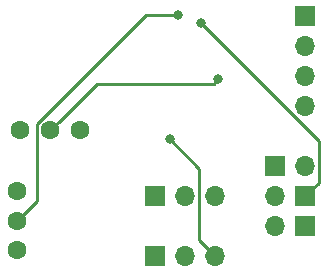
<source format=gbr>
G04 #@! TF.GenerationSoftware,KiCad,Pcbnew,(5.1.6)-1*
G04 #@! TF.CreationDate,2020-07-28T00:02:14-05:00*
G04 #@! TF.ProjectId,VL53L0XSensor,564c3533-4c30-4585-9365-6e736f722e6b,rev?*
G04 #@! TF.SameCoordinates,Original*
G04 #@! TF.FileFunction,Copper,L2,Bot*
G04 #@! TF.FilePolarity,Positive*
%FSLAX46Y46*%
G04 Gerber Fmt 4.6, Leading zero omitted, Abs format (unit mm)*
G04 Created by KiCad (PCBNEW (5.1.6)-1) date 2020-07-28 00:02:14*
%MOMM*%
%LPD*%
G01*
G04 APERTURE LIST*
G04 #@! TA.AperFunction,ComponentPad*
%ADD10O,1.700000X1.700000*%
G04 #@! TD*
G04 #@! TA.AperFunction,ComponentPad*
%ADD11R,1.700000X1.700000*%
G04 #@! TD*
G04 #@! TA.AperFunction,ComponentPad*
%ADD12C,1.600000*%
G04 #@! TD*
G04 #@! TA.AperFunction,ViaPad*
%ADD13C,0.800000*%
G04 #@! TD*
G04 #@! TA.AperFunction,Conductor*
%ADD14C,0.250000*%
G04 #@! TD*
G04 APERTURE END LIST*
D10*
X139700000Y-82550000D03*
X137160000Y-82550000D03*
D11*
X134620000Y-82550000D03*
X147320000Y-67310000D03*
D10*
X147320000Y-69850000D03*
X147320000Y-72390000D03*
X147320000Y-74930000D03*
D11*
X144780000Y-80010000D03*
D10*
X147320000Y-80010000D03*
D11*
X134620000Y-87630000D03*
D10*
X137160000Y-87630000D03*
X139700000Y-87630000D03*
X144780000Y-85090000D03*
D11*
X147320000Y-85090000D03*
D10*
X144780000Y-82550000D03*
D11*
X147320000Y-82550000D03*
D12*
X122936000Y-82122000D03*
X122936000Y-84622000D03*
X122936000Y-87122000D03*
X123190000Y-76962000D03*
X125730000Y-76962000D03*
X128270000Y-76962000D03*
D13*
X135850000Y-77724000D03*
X138493500Y-67881500D03*
X136525000Y-67183000D03*
X139954000Y-72644000D03*
D14*
X138335001Y-86265001D02*
X138850001Y-86780001D01*
X138335001Y-80209001D02*
X138335001Y-86265001D01*
X138850001Y-86780001D02*
X139700000Y-87630000D01*
X135850000Y-77724000D02*
X138335001Y-80209001D01*
X148495001Y-77883001D02*
X148495001Y-81374999D01*
X148495001Y-81374999D02*
X147320000Y-82550000D01*
X138493500Y-67881500D02*
X148495001Y-77883001D01*
X124604999Y-82953001D02*
X123735999Y-83822001D01*
X124604999Y-76421999D02*
X124604999Y-82953001D01*
X123735999Y-83822001D02*
X122936000Y-84622000D01*
X133843998Y-67183000D02*
X124604999Y-76421999D01*
X136525000Y-67183000D02*
X133843998Y-67183000D01*
X126529999Y-76162001D02*
X125730000Y-76962000D01*
X129648001Y-73043999D02*
X126529999Y-76162001D01*
X139554001Y-73043999D02*
X129648001Y-73043999D01*
X139954000Y-72644000D02*
X139554001Y-73043999D01*
M02*

</source>
